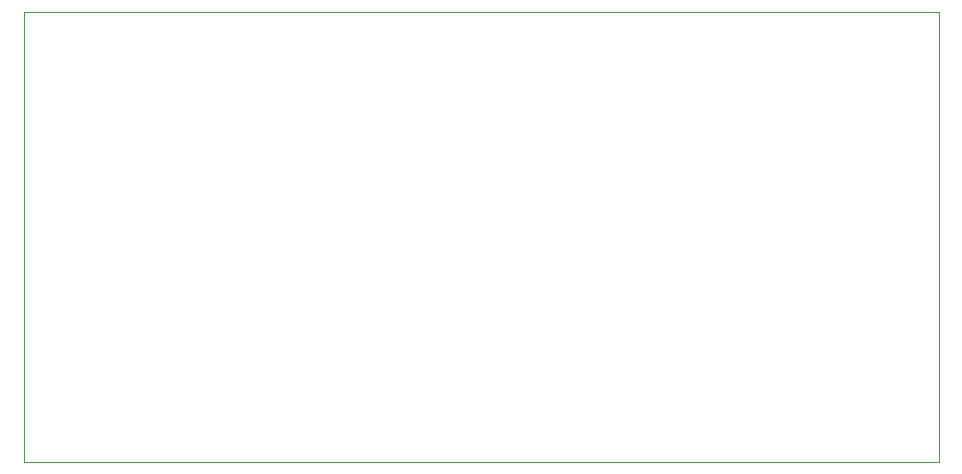
<source format=gbr>
%TF.GenerationSoftware,KiCad,Pcbnew,7.0.8*%
%TF.CreationDate,2025-02-14T01:10:43+05:30*%
%TF.ProjectId,7 segmetn display,37207365-676d-4657-946e-20646973706c,rev?*%
%TF.SameCoordinates,Original*%
%TF.FileFunction,Profile,NP*%
%FSLAX46Y46*%
G04 Gerber Fmt 4.6, Leading zero omitted, Abs format (unit mm)*
G04 Created by KiCad (PCBNEW 7.0.8) date 2025-02-14 01:10:43*
%MOMM*%
%LPD*%
G01*
G04 APERTURE LIST*
%TA.AperFunction,Profile*%
%ADD10C,0.100000*%
%TD*%
G04 APERTURE END LIST*
D10*
X101600000Y-86360000D02*
X179070000Y-86360000D01*
X179070000Y-124460000D01*
X101600000Y-124460000D01*
X101600000Y-86360000D01*
M02*

</source>
